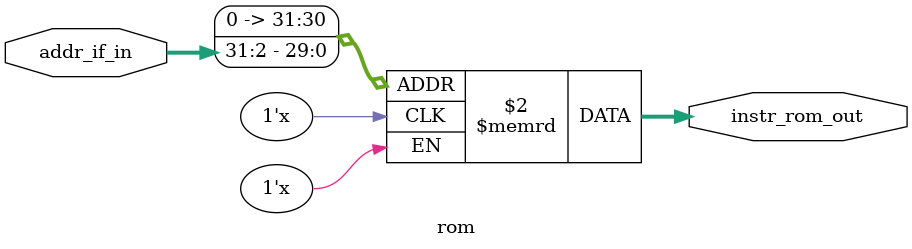
<source format=v>
`timescale 1ns / 1ps
module rom(
    input wire [31:0] addr_if_in,
    output reg [31:0] instr_rom_out
);
    reg [31:0] rom_mem [0:4095]; // 4096個32bits空間

    always@(*)begin
        instr_rom_out = rom_mem[addr_if_in >> 2]; //pc=pc+4,要除 4 因為一次讀32bits
    end


endmodule
</source>
